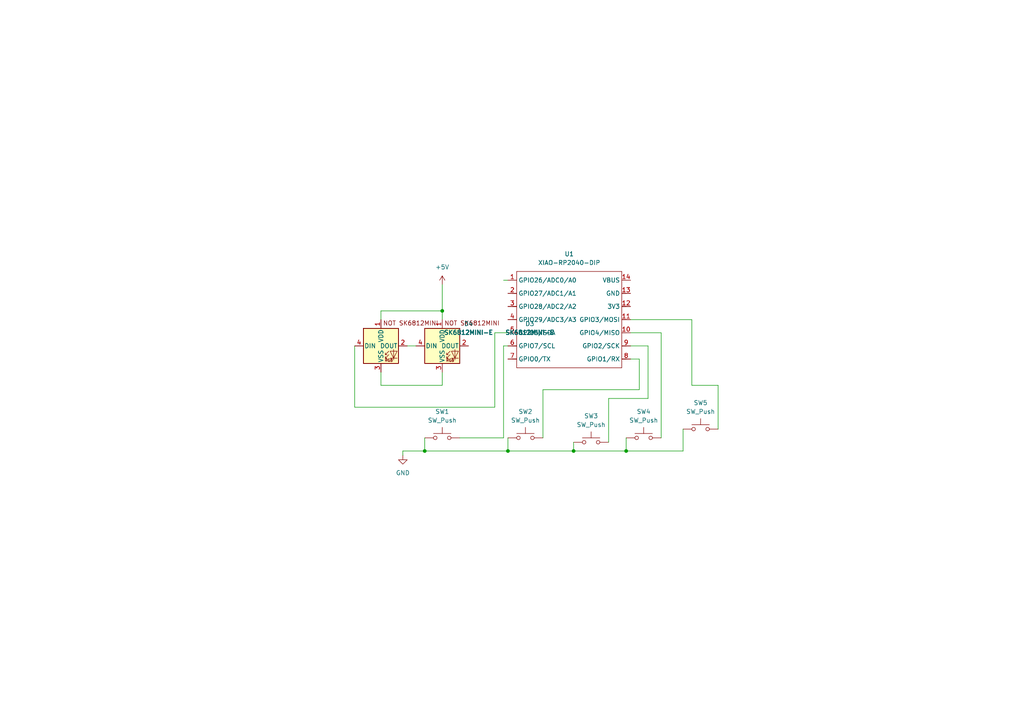
<source format=kicad_sch>
(kicad_sch
	(version 20250114)
	(generator "eeschema")
	(generator_version "9.0")
	(uuid "9c89b6e0-027f-49b7-ac85-8bfdaa9e9e2a")
	(paper "A4")
	(lib_symbols
		(symbol "OPL Library:XIAO-RP2040-DIP"
			(exclude_from_sim no)
			(in_bom yes)
			(on_board yes)
			(property "Reference" "U"
				(at 0 0 0)
				(effects
					(font
						(size 1.27 1.27)
					)
				)
			)
			(property "Value" "XIAO-RP2040-DIP"
				(at 5.334 -1.778 0)
				(effects
					(font
						(size 1.27 1.27)
					)
				)
			)
			(property "Footprint" "Module:MOUDLE14P-XIAO-DIP-SMD"
				(at 14.478 -32.258 0)
				(effects
					(font
						(size 1.27 1.27)
					)
					(hide yes)
				)
			)
			(property "Datasheet" ""
				(at 0 0 0)
				(effects
					(font
						(size 1.27 1.27)
					)
					(hide yes)
				)
			)
			(property "Description" ""
				(at 0 0 0)
				(effects
					(font
						(size 1.27 1.27)
					)
					(hide yes)
				)
			)
			(symbol "XIAO-RP2040-DIP_1_0"
				(polyline
					(pts
						(xy -1.27 -2.54) (xy 29.21 -2.54)
					)
					(stroke
						(width 0.1524)
						(type solid)
					)
					(fill
						(type none)
					)
				)
				(polyline
					(pts
						(xy -1.27 -5.08) (xy -2.54 -5.08)
					)
					(stroke
						(width 0.1524)
						(type solid)
					)
					(fill
						(type none)
					)
				)
				(polyline
					(pts
						(xy -1.27 -5.08) (xy -1.27 -2.54)
					)
					(stroke
						(width 0.1524)
						(type solid)
					)
					(fill
						(type none)
					)
				)
				(polyline
					(pts
						(xy -1.27 -8.89) (xy -2.54 -8.89)
					)
					(stroke
						(width 0.1524)
						(type solid)
					)
					(fill
						(type none)
					)
				)
				(polyline
					(pts
						(xy -1.27 -8.89) (xy -1.27 -5.08)
					)
					(stroke
						(width 0.1524)
						(type solid)
					)
					(fill
						(type none)
					)
				)
				(polyline
					(pts
						(xy -1.27 -12.7) (xy -2.54 -12.7)
					)
					(stroke
						(width 0.1524)
						(type solid)
					)
					(fill
						(type none)
					)
				)
				(polyline
					(pts
						(xy -1.27 -12.7) (xy -1.27 -8.89)
					)
					(stroke
						(width 0.1524)
						(type solid)
					)
					(fill
						(type none)
					)
				)
				(polyline
					(pts
						(xy -1.27 -16.51) (xy -2.54 -16.51)
					)
					(stroke
						(width 0.1524)
						(type solid)
					)
					(fill
						(type none)
					)
				)
				(polyline
					(pts
						(xy -1.27 -16.51) (xy -1.27 -12.7)
					)
					(stroke
						(width 0.1524)
						(type solid)
					)
					(fill
						(type none)
					)
				)
				(polyline
					(pts
						(xy -1.27 -20.32) (xy -2.54 -20.32)
					)
					(stroke
						(width 0.1524)
						(type solid)
					)
					(fill
						(type none)
					)
				)
				(polyline
					(pts
						(xy -1.27 -24.13) (xy -2.54 -24.13)
					)
					(stroke
						(width 0.1524)
						(type solid)
					)
					(fill
						(type none)
					)
				)
				(polyline
					(pts
						(xy -1.27 -27.94) (xy -2.54 -27.94)
					)
					(stroke
						(width 0.1524)
						(type solid)
					)
					(fill
						(type none)
					)
				)
				(polyline
					(pts
						(xy -1.27 -30.48) (xy -1.27 -16.51)
					)
					(stroke
						(width 0.1524)
						(type solid)
					)
					(fill
						(type none)
					)
				)
				(polyline
					(pts
						(xy 29.21 -2.54) (xy 29.21 -5.08)
					)
					(stroke
						(width 0.1524)
						(type solid)
					)
					(fill
						(type none)
					)
				)
				(polyline
					(pts
						(xy 29.21 -5.08) (xy 29.21 -8.89)
					)
					(stroke
						(width 0.1524)
						(type solid)
					)
					(fill
						(type none)
					)
				)
				(polyline
					(pts
						(xy 29.21 -8.89) (xy 29.21 -12.7)
					)
					(stroke
						(width 0.1524)
						(type solid)
					)
					(fill
						(type none)
					)
				)
				(polyline
					(pts
						(xy 29.21 -12.7) (xy 29.21 -30.48)
					)
					(stroke
						(width 0.1524)
						(type solid)
					)
					(fill
						(type none)
					)
				)
				(polyline
					(pts
						(xy 29.21 -30.48) (xy -1.27 -30.48)
					)
					(stroke
						(width 0.1524)
						(type solid)
					)
					(fill
						(type none)
					)
				)
				(polyline
					(pts
						(xy 30.48 -5.08) (xy 29.21 -5.08)
					)
					(stroke
						(width 0.1524)
						(type solid)
					)
					(fill
						(type none)
					)
				)
				(polyline
					(pts
						(xy 30.48 -8.89) (xy 29.21 -8.89)
					)
					(stroke
						(width 0.1524)
						(type solid)
					)
					(fill
						(type none)
					)
				)
				(polyline
					(pts
						(xy 30.48 -12.7) (xy 29.21 -12.7)
					)
					(stroke
						(width 0.1524)
						(type solid)
					)
					(fill
						(type none)
					)
				)
				(polyline
					(pts
						(xy 30.48 -16.51) (xy 29.21 -16.51)
					)
					(stroke
						(width 0.1524)
						(type solid)
					)
					(fill
						(type none)
					)
				)
				(polyline
					(pts
						(xy 30.48 -20.32) (xy 29.21 -20.32)
					)
					(stroke
						(width 0.1524)
						(type solid)
					)
					(fill
						(type none)
					)
				)
				(polyline
					(pts
						(xy 30.48 -24.13) (xy 29.21 -24.13)
					)
					(stroke
						(width 0.1524)
						(type solid)
					)
					(fill
						(type none)
					)
				)
				(polyline
					(pts
						(xy 30.48 -27.94) (xy 29.21 -27.94)
					)
					(stroke
						(width 0.1524)
						(type solid)
					)
					(fill
						(type none)
					)
				)
				(pin passive line
					(at -3.81 -5.08 0)
					(length 2.54)
					(name "GPIO26/ADC0/A0"
						(effects
							(font
								(size 1.27 1.27)
							)
						)
					)
					(number "1"
						(effects
							(font
								(size 1.27 1.27)
							)
						)
					)
				)
				(pin passive line
					(at -3.81 -8.89 0)
					(length 2.54)
					(name "GPIO27/ADC1/A1"
						(effects
							(font
								(size 1.27 1.27)
							)
						)
					)
					(number "2"
						(effects
							(font
								(size 1.27 1.27)
							)
						)
					)
				)
				(pin passive line
					(at -3.81 -12.7 0)
					(length 2.54)
					(name "GPIO28/ADC2/A2"
						(effects
							(font
								(size 1.27 1.27)
							)
						)
					)
					(number "3"
						(effects
							(font
								(size 1.27 1.27)
							)
						)
					)
				)
				(pin passive line
					(at -3.81 -16.51 0)
					(length 2.54)
					(name "GPIO29/ADC3/A3"
						(effects
							(font
								(size 1.27 1.27)
							)
						)
					)
					(number "4"
						(effects
							(font
								(size 1.27 1.27)
							)
						)
					)
				)
				(pin passive line
					(at -3.81 -20.32 0)
					(length 2.54)
					(name "GPIO6/SDA"
						(effects
							(font
								(size 1.27 1.27)
							)
						)
					)
					(number "5"
						(effects
							(font
								(size 1.27 1.27)
							)
						)
					)
				)
				(pin passive line
					(at -3.81 -24.13 0)
					(length 2.54)
					(name "GPIO7/SCL"
						(effects
							(font
								(size 1.27 1.27)
							)
						)
					)
					(number "6"
						(effects
							(font
								(size 1.27 1.27)
							)
						)
					)
				)
				(pin passive line
					(at -3.81 -27.94 0)
					(length 2.54)
					(name "GPIO0/TX"
						(effects
							(font
								(size 1.27 1.27)
							)
						)
					)
					(number "7"
						(effects
							(font
								(size 1.27 1.27)
							)
						)
					)
				)
				(pin passive line
					(at 31.75 -5.08 180)
					(length 2.54)
					(name "VBUS"
						(effects
							(font
								(size 1.27 1.27)
							)
						)
					)
					(number "14"
						(effects
							(font
								(size 1.27 1.27)
							)
						)
					)
				)
				(pin passive line
					(at 31.75 -8.89 180)
					(length 2.54)
					(name "GND"
						(effects
							(font
								(size 1.27 1.27)
							)
						)
					)
					(number "13"
						(effects
							(font
								(size 1.27 1.27)
							)
						)
					)
				)
				(pin passive line
					(at 31.75 -12.7 180)
					(length 2.54)
					(name "3V3"
						(effects
							(font
								(size 1.27 1.27)
							)
						)
					)
					(number "12"
						(effects
							(font
								(size 1.27 1.27)
							)
						)
					)
				)
				(pin passive line
					(at 31.75 -16.51 180)
					(length 2.54)
					(name "GPIO3/MOSI"
						(effects
							(font
								(size 1.27 1.27)
							)
						)
					)
					(number "11"
						(effects
							(font
								(size 1.27 1.27)
							)
						)
					)
				)
				(pin passive line
					(at 31.75 -20.32 180)
					(length 2.54)
					(name "GPIO4/MISO"
						(effects
							(font
								(size 1.27 1.27)
							)
						)
					)
					(number "10"
						(effects
							(font
								(size 1.27 1.27)
							)
						)
					)
				)
				(pin passive line
					(at 31.75 -24.13 180)
					(length 2.54)
					(name "GPIO2/SCK"
						(effects
							(font
								(size 1.27 1.27)
							)
						)
					)
					(number "9"
						(effects
							(font
								(size 1.27 1.27)
							)
						)
					)
				)
				(pin passive line
					(at 31.75 -27.94 180)
					(length 2.54)
					(name "GPIO1/RX"
						(effects
							(font
								(size 1.27 1.27)
							)
						)
					)
					(number "8"
						(effects
							(font
								(size 1.27 1.27)
							)
						)
					)
				)
			)
			(embedded_fonts no)
		)
		(symbol "SK6812MINI E:SK6812MINI-E"
			(pin_names
				(offset 0.254)
			)
			(exclude_from_sim no)
			(in_bom yes)
			(on_board yes)
			(property "Reference" "D"
				(at -3.556 5.842 0)
				(effects
					(font
						(size 1.27 1.27)
					)
					(justify right bottom)
				)
			)
			(property "Value" "SK6812MINI-E"
				(at 1.27 -5.715 0)
				(effects
					(font
						(size 1.27 1.27)
						(thickness 0.254)
						(bold yes)
					)
					(justify left top)
				)
			)
			(property "Footprint" "SK6812MINI-E - 3.2x2.8x1.78mm"
				(at 1.27 -7.62 0)
				(effects
					(font
						(size 1.27 1.27)
					)
					(justify left top)
					(hide yes)
				)
			)
			(property "Datasheet" "https://cdn-shop.adafruit.com/product-files/4960/4960_SK6812MINI-E_REV02_EN.pdf"
				(at 2.54 -9.525 0)
				(effects
					(font
						(size 1.27 1.27)
					)
					(justify left top)
					(hide yes)
				)
			)
			(property "Description" "RGB LED with integrated controller"
				(at 0 0 0)
				(effects
					(font
						(size 1.27 1.27)
					)
					(hide yes)
				)
			)
			(property "ki_keywords" "RGB LED NeoPixel Mini addressable"
				(at 0 0 0)
				(effects
					(font
						(size 1.27 1.27)
					)
					(hide yes)
				)
			)
			(property "ki_fp_filters" "LED*SK6812MINI*PLCC*3.5x3.5mm*P1.75mm*"
				(at 0 0 0)
				(effects
					(font
						(size 1.27 1.27)
					)
					(hide yes)
				)
			)
			(symbol "SK6812MINI-E_0_0"
				(text "RGB"
					(at 2.286 -4.191 0)
					(effects
						(font
							(size 0.762 0.762)
						)
					)
				)
			)
			(symbol "SK6812MINI-E_0_1"
				(rectangle
					(start -5.08 5.08)
					(end 5.08 -5.08)
					(stroke
						(width 0.254)
						(type default)
					)
					(fill
						(type background)
					)
				)
				(polyline
					(pts
						(xy 1.27 -2.54) (xy 1.778 -2.54)
					)
					(stroke
						(width 0)
						(type default)
					)
					(fill
						(type none)
					)
				)
				(polyline
					(pts
						(xy 1.27 -3.556) (xy 1.778 -3.556)
					)
					(stroke
						(width 0)
						(type default)
					)
					(fill
						(type none)
					)
				)
				(polyline
					(pts
						(xy 2.286 -1.524) (xy 1.27 -2.54) (xy 1.27 -2.032)
					)
					(stroke
						(width 0)
						(type default)
					)
					(fill
						(type none)
					)
				)
				(polyline
					(pts
						(xy 2.286 -2.54) (xy 1.27 -3.556) (xy 1.27 -3.048)
					)
					(stroke
						(width 0)
						(type default)
					)
					(fill
						(type none)
					)
				)
				(polyline
					(pts
						(xy 3.683 -1.016) (xy 3.683 -3.556) (xy 3.683 -4.064)
					)
					(stroke
						(width 0)
						(type default)
					)
					(fill
						(type none)
					)
				)
				(polyline
					(pts
						(xy 4.699 -1.524) (xy 2.667 -1.524) (xy 3.683 -3.556) (xy 4.699 -1.524)
					)
					(stroke
						(width 0)
						(type default)
					)
					(fill
						(type none)
					)
				)
				(polyline
					(pts
						(xy 4.699 -3.556) (xy 2.667 -3.556)
					)
					(stroke
						(width 0)
						(type default)
					)
					(fill
						(type none)
					)
				)
			)
			(symbol "SK6812MINI-E_1_1"
				(text "NOT SK6812MINI"
					(at 8.636 6.604 0)
					(effects
						(font
							(size 1.27 1.27)
						)
					)
				)
				(pin input line
					(at -7.62 0 0)
					(length 2.54)
					(name "DIN"
						(effects
							(font
								(size 1.27 1.27)
							)
						)
					)
					(number "4"
						(effects
							(font
								(size 1.27 1.27)
							)
						)
					)
				)
				(pin power_in line
					(at 0 7.62 270)
					(length 2.54)
					(name "VDD"
						(effects
							(font
								(size 1.27 1.27)
							)
						)
					)
					(number "1"
						(effects
							(font
								(size 1.27 1.27)
							)
						)
					)
				)
				(pin power_in line
					(at 0 -7.62 90)
					(length 2.54)
					(name "VSS"
						(effects
							(font
								(size 1.27 1.27)
							)
						)
					)
					(number "3"
						(effects
							(font
								(size 1.27 1.27)
							)
						)
					)
				)
				(pin output line
					(at 7.62 0 180)
					(length 2.54)
					(name "DOUT"
						(effects
							(font
								(size 1.27 1.27)
							)
						)
					)
					(number "2"
						(effects
							(font
								(size 1.27 1.27)
							)
						)
					)
				)
			)
			(embedded_fonts no)
		)
		(symbol "Switch:SW_Push"
			(pin_numbers
				(hide yes)
			)
			(pin_names
				(offset 1.016)
				(hide yes)
			)
			(exclude_from_sim no)
			(in_bom yes)
			(on_board yes)
			(property "Reference" "SW"
				(at 1.27 2.54 0)
				(effects
					(font
						(size 1.27 1.27)
					)
					(justify left)
				)
			)
			(property "Value" "SW_Push"
				(at 0 -1.524 0)
				(effects
					(font
						(size 1.27 1.27)
					)
				)
			)
			(property "Footprint" ""
				(at 0 5.08 0)
				(effects
					(font
						(size 1.27 1.27)
					)
					(hide yes)
				)
			)
			(property "Datasheet" "~"
				(at 0 5.08 0)
				(effects
					(font
						(size 1.27 1.27)
					)
					(hide yes)
				)
			)
			(property "Description" "Push button switch, generic, two pins"
				(at 0 0 0)
				(effects
					(font
						(size 1.27 1.27)
					)
					(hide yes)
				)
			)
			(property "ki_keywords" "switch normally-open pushbutton push-button"
				(at 0 0 0)
				(effects
					(font
						(size 1.27 1.27)
					)
					(hide yes)
				)
			)
			(symbol "SW_Push_0_1"
				(circle
					(center -2.032 0)
					(radius 0.508)
					(stroke
						(width 0)
						(type default)
					)
					(fill
						(type none)
					)
				)
				(polyline
					(pts
						(xy 0 1.27) (xy 0 3.048)
					)
					(stroke
						(width 0)
						(type default)
					)
					(fill
						(type none)
					)
				)
				(circle
					(center 2.032 0)
					(radius 0.508)
					(stroke
						(width 0)
						(type default)
					)
					(fill
						(type none)
					)
				)
				(polyline
					(pts
						(xy 2.54 1.27) (xy -2.54 1.27)
					)
					(stroke
						(width 0)
						(type default)
					)
					(fill
						(type none)
					)
				)
				(pin passive line
					(at -5.08 0 0)
					(length 2.54)
					(name "1"
						(effects
							(font
								(size 1.27 1.27)
							)
						)
					)
					(number "1"
						(effects
							(font
								(size 1.27 1.27)
							)
						)
					)
				)
				(pin passive line
					(at 5.08 0 180)
					(length 2.54)
					(name "2"
						(effects
							(font
								(size 1.27 1.27)
							)
						)
					)
					(number "2"
						(effects
							(font
								(size 1.27 1.27)
							)
						)
					)
				)
			)
			(embedded_fonts no)
		)
		(symbol "power:+5V"
			(power)
			(pin_numbers
				(hide yes)
			)
			(pin_names
				(offset 0)
				(hide yes)
			)
			(exclude_from_sim no)
			(in_bom yes)
			(on_board yes)
			(property "Reference" "#PWR"
				(at 0 -3.81 0)
				(effects
					(font
						(size 1.27 1.27)
					)
					(hide yes)
				)
			)
			(property "Value" "+5V"
				(at 0 3.556 0)
				(effects
					(font
						(size 1.27 1.27)
					)
				)
			)
			(property "Footprint" ""
				(at 0 0 0)
				(effects
					(font
						(size 1.27 1.27)
					)
					(hide yes)
				)
			)
			(property "Datasheet" ""
				(at 0 0 0)
				(effects
					(font
						(size 1.27 1.27)
					)
					(hide yes)
				)
			)
			(property "Description" "Power symbol creates a global label with name \"+5V\""
				(at 0 0 0)
				(effects
					(font
						(size 1.27 1.27)
					)
					(hide yes)
				)
			)
			(property "ki_keywords" "global power"
				(at 0 0 0)
				(effects
					(font
						(size 1.27 1.27)
					)
					(hide yes)
				)
			)
			(symbol "+5V_0_1"
				(polyline
					(pts
						(xy -0.762 1.27) (xy 0 2.54)
					)
					(stroke
						(width 0)
						(type default)
					)
					(fill
						(type none)
					)
				)
				(polyline
					(pts
						(xy 0 2.54) (xy 0.762 1.27)
					)
					(stroke
						(width 0)
						(type default)
					)
					(fill
						(type none)
					)
				)
				(polyline
					(pts
						(xy 0 0) (xy 0 2.54)
					)
					(stroke
						(width 0)
						(type default)
					)
					(fill
						(type none)
					)
				)
			)
			(symbol "+5V_1_1"
				(pin power_in line
					(at 0 0 90)
					(length 0)
					(name "~"
						(effects
							(font
								(size 1.27 1.27)
							)
						)
					)
					(number "1"
						(effects
							(font
								(size 1.27 1.27)
							)
						)
					)
				)
			)
			(embedded_fonts no)
		)
		(symbol "power:GND"
			(power)
			(pin_numbers
				(hide yes)
			)
			(pin_names
				(offset 0)
				(hide yes)
			)
			(exclude_from_sim no)
			(in_bom yes)
			(on_board yes)
			(property "Reference" "#PWR"
				(at 0 -6.35 0)
				(effects
					(font
						(size 1.27 1.27)
					)
					(hide yes)
				)
			)
			(property "Value" "GND"
				(at 0 -3.81 0)
				(effects
					(font
						(size 1.27 1.27)
					)
				)
			)
			(property "Footprint" ""
				(at 0 0 0)
				(effects
					(font
						(size 1.27 1.27)
					)
					(hide yes)
				)
			)
			(property "Datasheet" ""
				(at 0 0 0)
				(effects
					(font
						(size 1.27 1.27)
					)
					(hide yes)
				)
			)
			(property "Description" "Power symbol creates a global label with name \"GND\" , ground"
				(at 0 0 0)
				(effects
					(font
						(size 1.27 1.27)
					)
					(hide yes)
				)
			)
			(property "ki_keywords" "global power"
				(at 0 0 0)
				(effects
					(font
						(size 1.27 1.27)
					)
					(hide yes)
				)
			)
			(symbol "GND_0_1"
				(polyline
					(pts
						(xy 0 0) (xy 0 -1.27) (xy 1.27 -1.27) (xy 0 -2.54) (xy -1.27 -1.27) (xy 0 -1.27)
					)
					(stroke
						(width 0)
						(type default)
					)
					(fill
						(type none)
					)
				)
			)
			(symbol "GND_1_1"
				(pin power_in line
					(at 0 0 270)
					(length 0)
					(name "~"
						(effects
							(font
								(size 1.27 1.27)
							)
						)
					)
					(number "1"
						(effects
							(font
								(size 1.27 1.27)
							)
						)
					)
				)
			)
			(embedded_fonts no)
		)
	)
	(junction
		(at 123.19 130.81)
		(diameter 0)
		(color 0 0 0 0)
		(uuid "0e5bee3b-7d26-4970-8ff7-6c60889ab30b")
	)
	(junction
		(at 128.27 90.17)
		(diameter 0)
		(color 0 0 0 0)
		(uuid "467a514d-5ee6-437b-abee-c3ddb75735ee")
	)
	(junction
		(at 181.61 130.81)
		(diameter 0)
		(color 0 0 0 0)
		(uuid "b3b13cbf-87ad-4804-8600-fad94e22fcae")
	)
	(junction
		(at 166.37 130.81)
		(diameter 0)
		(color 0 0 0 0)
		(uuid "c7ec6579-ca17-4c7b-87a8-1fc1287e9a69")
	)
	(junction
		(at 147.32 130.81)
		(diameter 0)
		(color 0 0 0 0)
		(uuid "cb0d7db0-d517-4d19-96a2-5c948a8623af")
	)
	(wire
		(pts
			(xy 146.05 100.33) (xy 147.32 100.33)
		)
		(stroke
			(width 0)
			(type default)
		)
		(uuid "030178a5-e16b-4618-854d-43ca3e6701b8")
	)
	(wire
		(pts
			(xy 128.27 111.76) (xy 110.49 111.76)
		)
		(stroke
			(width 0)
			(type default)
		)
		(uuid "033b3e2f-77fb-4252-9dd2-9f56be0004d9")
	)
	(wire
		(pts
			(xy 208.28 111.76) (xy 208.28 124.46)
		)
		(stroke
			(width 0)
			(type default)
		)
		(uuid "07695d6b-aba6-4f6a-a784-fdad81f398c1")
	)
	(wire
		(pts
			(xy 181.61 130.81) (xy 166.37 130.81)
		)
		(stroke
			(width 0)
			(type default)
		)
		(uuid "140cef88-3829-49aa-a1b9-656c4133f05b")
	)
	(wire
		(pts
			(xy 110.49 90.17) (xy 128.27 90.17)
		)
		(stroke
			(width 0)
			(type default)
		)
		(uuid "15c5242e-2fac-4296-9557-00c51d27a790")
	)
	(wire
		(pts
			(xy 198.12 130.81) (xy 181.61 130.81)
		)
		(stroke
			(width 0)
			(type default)
		)
		(uuid "24dc878f-f6fe-487a-b2b1-dea0b6d2567c")
	)
	(wire
		(pts
			(xy 133.35 127) (xy 146.05 127)
		)
		(stroke
			(width 0)
			(type default)
		)
		(uuid "33173fe9-0775-45a6-b457-8fdee0791147")
	)
	(wire
		(pts
			(xy 146.05 81.28) (xy 147.32 81.28)
		)
		(stroke
			(width 0)
			(type default)
		)
		(uuid "381be907-f534-474f-9db1-7ab05c06a0e2")
	)
	(wire
		(pts
			(xy 182.88 104.14) (xy 185.42 104.14)
		)
		(stroke
			(width 0)
			(type default)
		)
		(uuid "3e124275-b4ba-4e54-8d0c-be654f051fa7")
	)
	(wire
		(pts
			(xy 166.37 128.27) (xy 166.37 130.81)
		)
		(stroke
			(width 0)
			(type default)
		)
		(uuid "401eae99-51ce-4981-9e06-79ef21a51608")
	)
	(wire
		(pts
			(xy 123.19 127) (xy 123.19 130.81)
		)
		(stroke
			(width 0)
			(type default)
		)
		(uuid "43a653a3-dbcf-4d7f-8e0a-74c3eca82bc7")
	)
	(wire
		(pts
			(xy 116.84 130.81) (xy 116.84 132.08)
		)
		(stroke
			(width 0)
			(type default)
		)
		(uuid "44c06e1f-0572-4543-9dd1-4d1d20952bed")
	)
	(wire
		(pts
			(xy 185.42 104.14) (xy 185.42 113.03)
		)
		(stroke
			(width 0)
			(type default)
		)
		(uuid "465ddebd-100c-43f9-acf6-9caad9daf3e5")
	)
	(wire
		(pts
			(xy 185.42 113.03) (xy 157.48 113.03)
		)
		(stroke
			(width 0)
			(type default)
		)
		(uuid "473c25ce-979a-446e-94ad-3d452ecc7baa")
	)
	(wire
		(pts
			(xy 102.87 100.33) (xy 102.87 118.11)
		)
		(stroke
			(width 0)
			(type default)
		)
		(uuid "49347725-2b94-4ed5-af6d-d666b6086f45")
	)
	(wire
		(pts
			(xy 128.27 82.55) (xy 128.27 90.17)
		)
		(stroke
			(width 0)
			(type default)
		)
		(uuid "509366d6-683c-4d4f-b136-d70695e40628")
	)
	(wire
		(pts
			(xy 143.51 118.11) (xy 143.51 96.52)
		)
		(stroke
			(width 0)
			(type default)
		)
		(uuid "55df4351-b8ab-4b6b-944a-f779a5d7eb6f")
	)
	(wire
		(pts
			(xy 182.88 92.71) (xy 200.66 92.71)
		)
		(stroke
			(width 0)
			(type default)
		)
		(uuid "62caeab1-694c-46f6-87d9-125dcbb802c1")
	)
	(wire
		(pts
			(xy 147.32 130.81) (xy 123.19 130.81)
		)
		(stroke
			(width 0)
			(type default)
		)
		(uuid "68e47a18-128d-410e-bcf9-4b2150b5fb52")
	)
	(wire
		(pts
			(xy 191.77 96.52) (xy 191.77 127)
		)
		(stroke
			(width 0)
			(type default)
		)
		(uuid "6c8db2ea-deaf-4c14-b2be-8c1631ed1cd7")
	)
	(wire
		(pts
			(xy 157.48 113.03) (xy 157.48 127)
		)
		(stroke
			(width 0)
			(type default)
		)
		(uuid "6ea585af-c4b9-4ff0-bb4a-226a4f383714")
	)
	(wire
		(pts
			(xy 123.19 130.81) (xy 116.84 130.81)
		)
		(stroke
			(width 0)
			(type default)
		)
		(uuid "78b5cd99-3dca-4700-a8b2-18f1269deed2")
	)
	(wire
		(pts
			(xy 187.96 100.33) (xy 187.96 115.57)
		)
		(stroke
			(width 0)
			(type default)
		)
		(uuid "7d49fd6e-8100-4941-9605-d99687243c1b")
	)
	(wire
		(pts
			(xy 200.66 111.76) (xy 208.28 111.76)
		)
		(stroke
			(width 0)
			(type default)
		)
		(uuid "7ee2fa6f-e243-4917-adf0-a658ff070a2b")
	)
	(wire
		(pts
			(xy 110.49 107.95) (xy 110.49 111.76)
		)
		(stroke
			(width 0)
			(type default)
		)
		(uuid "818c3540-2c79-4aca-9a49-2e6a0562406a")
	)
	(wire
		(pts
			(xy 146.05 127) (xy 146.05 100.33)
		)
		(stroke
			(width 0)
			(type default)
		)
		(uuid "943ea442-a05b-48a2-9215-d07cead9cccf")
	)
	(wire
		(pts
			(xy 176.53 115.57) (xy 176.53 128.27)
		)
		(stroke
			(width 0)
			(type default)
		)
		(uuid "98b147db-df15-40c0-9b6e-b2d9391dc2c9")
	)
	(wire
		(pts
			(xy 200.66 92.71) (xy 200.66 111.76)
		)
		(stroke
			(width 0)
			(type default)
		)
		(uuid "9a67132e-8746-4e22-ab22-87ee46e169e7")
	)
	(wire
		(pts
			(xy 128.27 107.95) (xy 128.27 111.76)
		)
		(stroke
			(width 0)
			(type default)
		)
		(uuid "9c7186f1-c865-41cc-98f3-d1bad9277d31")
	)
	(wire
		(pts
			(xy 102.87 118.11) (xy 143.51 118.11)
		)
		(stroke
			(width 0)
			(type default)
		)
		(uuid "a84c766f-4455-4bc6-b98a-54c545605aab")
	)
	(wire
		(pts
			(xy 118.11 100.33) (xy 120.65 100.33)
		)
		(stroke
			(width 0)
			(type default)
		)
		(uuid "b35db4b3-c01f-47e8-abe8-9b7fa8bde095")
	)
	(wire
		(pts
			(xy 128.27 90.17) (xy 128.27 92.71)
		)
		(stroke
			(width 0)
			(type default)
		)
		(uuid "bd591dfe-3984-44cc-a777-a9b1f1dfa62d")
	)
	(wire
		(pts
			(xy 187.96 115.57) (xy 176.53 115.57)
		)
		(stroke
			(width 0)
			(type default)
		)
		(uuid "bed29596-00b4-48d5-9f93-07d18451924c")
	)
	(wire
		(pts
			(xy 181.61 127) (xy 181.61 130.81)
		)
		(stroke
			(width 0)
			(type default)
		)
		(uuid "cc64ac5e-d9dd-409d-9d3a-e54e9fb0d4e7")
	)
	(wire
		(pts
			(xy 147.32 127) (xy 147.32 130.81)
		)
		(stroke
			(width 0)
			(type default)
		)
		(uuid "d5dd28aa-2191-4c21-8f8b-9a58c7de4d6e")
	)
	(wire
		(pts
			(xy 182.88 96.52) (xy 191.77 96.52)
		)
		(stroke
			(width 0)
			(type default)
		)
		(uuid "e7248a38-d16b-41da-bb4d-c94be82cf0df")
	)
	(wire
		(pts
			(xy 166.37 130.81) (xy 147.32 130.81)
		)
		(stroke
			(width 0)
			(type default)
		)
		(uuid "efe92625-9ebd-4991-aa75-7a156a932a20")
	)
	(wire
		(pts
			(xy 182.88 100.33) (xy 187.96 100.33)
		)
		(stroke
			(width 0)
			(type default)
		)
		(uuid "f5e5176e-39ee-4549-a924-1f5bb5951f88")
	)
	(wire
		(pts
			(xy 110.49 90.17) (xy 110.49 92.71)
		)
		(stroke
			(width 0)
			(type default)
		)
		(uuid "f8600024-e2c2-472e-99b1-3c699479076a")
	)
	(wire
		(pts
			(xy 143.51 96.52) (xy 147.32 96.52)
		)
		(stroke
			(width 0)
			(type default)
		)
		(uuid "fb56ea43-8429-4b6c-a0a1-4fd0b2d3061c")
	)
	(wire
		(pts
			(xy 198.12 124.46) (xy 198.12 130.81)
		)
		(stroke
			(width 0)
			(type default)
		)
		(uuid "ffca1019-872a-439c-8c0c-3f5d82a8c012")
	)
	(symbol
		(lib_id "Switch:SW_Push")
		(at 186.69 127 0)
		(unit 1)
		(exclude_from_sim no)
		(in_bom yes)
		(on_board yes)
		(dnp no)
		(fields_autoplaced yes)
		(uuid "16f5dad7-69f0-4fb7-aed2-ac4529223665")
		(property "Reference" "SW4"
			(at 186.69 119.38 0)
			(effects
				(font
					(size 1.27 1.27)
				)
			)
		)
		(property "Value" "SW_Push"
			(at 186.69 121.92 0)
			(effects
				(font
					(size 1.27 1.27)
				)
			)
		)
		(property "Footprint" "Button_Switch_Keyboard:SW_Cherry_MX_1.00u_PCB"
			(at 186.69 121.92 0)
			(effects
				(font
					(size 1.27 1.27)
				)
				(hide yes)
			)
		)
		(property "Datasheet" "~"
			(at 186.69 121.92 0)
			(effects
				(font
					(size 1.27 1.27)
				)
				(hide yes)
			)
		)
		(property "Description" "Push button switch, generic, two pins"
			(at 186.69 127 0)
			(effects
				(font
					(size 1.27 1.27)
				)
				(hide yes)
			)
		)
		(pin "1"
			(uuid "3f97d7fb-356d-4ee1-9774-30d8b0474ad0")
		)
		(pin "2"
			(uuid "d00e84bf-502f-42c8-ad73-589a2cd0ce08")
		)
		(instances
			(project ""
				(path "/9c89b6e0-027f-49b7-ac85-8bfdaa9e9e2a"
					(reference "SW4")
					(unit 1)
				)
			)
		)
	)
	(symbol
		(lib_id "Switch:SW_Push")
		(at 203.2 124.46 0)
		(unit 1)
		(exclude_from_sim no)
		(in_bom yes)
		(on_board yes)
		(dnp no)
		(fields_autoplaced yes)
		(uuid "1c3af7f4-6ab6-4a97-a95b-f65b92555572")
		(property "Reference" "SW5"
			(at 203.2 116.84 0)
			(effects
				(font
					(size 1.27 1.27)
				)
			)
		)
		(property "Value" "SW_Push"
			(at 203.2 119.38 0)
			(effects
				(font
					(size 1.27 1.27)
				)
			)
		)
		(property "Footprint" "Button_Switch_Keyboard:SW_Cherry_MX_1.00u_PCB"
			(at 203.2 119.38 0)
			(effects
				(font
					(size 1.27 1.27)
				)
				(hide yes)
			)
		)
		(property "Datasheet" "~"
			(at 203.2 119.38 0)
			(effects
				(font
					(size 1.27 1.27)
				)
				(hide yes)
			)
		)
		(property "Description" "Push button switch, generic, two pins"
			(at 203.2 124.46 0)
			(effects
				(font
					(size 1.27 1.27)
				)
				(hide yes)
			)
		)
		(pin "1"
			(uuid "2c3c3785-e4aa-4e17-83a4-1a073588ac96")
		)
		(pin "2"
			(uuid "6a653da5-936b-4ff5-95ce-eb811631ba56")
		)
		(instances
			(project ""
				(path "/9c89b6e0-027f-49b7-ac85-8bfdaa9e9e2a"
					(reference "SW5")
					(unit 1)
				)
			)
		)
	)
	(symbol
		(lib_id "Switch:SW_Push")
		(at 152.4 127 0)
		(unit 1)
		(exclude_from_sim no)
		(in_bom yes)
		(on_board yes)
		(dnp no)
		(fields_autoplaced yes)
		(uuid "33a25ea0-ade2-46b8-b262-717cabe630a2")
		(property "Reference" "SW2"
			(at 152.4 119.38 0)
			(effects
				(font
					(size 1.27 1.27)
				)
			)
		)
		(property "Value" "SW_Push"
			(at 152.4 121.92 0)
			(effects
				(font
					(size 1.27 1.27)
				)
			)
		)
		(property "Footprint" "Button_Switch_Keyboard:SW_Cherry_MX_1.00u_PCB"
			(at 152.4 121.92 0)
			(effects
				(font
					(size 1.27 1.27)
				)
				(hide yes)
			)
		)
		(property "Datasheet" "~"
			(at 152.4 121.92 0)
			(effects
				(font
					(size 1.27 1.27)
				)
				(hide yes)
			)
		)
		(property "Description" "Push button switch, generic, two pins"
			(at 152.4 127 0)
			(effects
				(font
					(size 1.27 1.27)
				)
				(hide yes)
			)
		)
		(pin "1"
			(uuid "04574d2d-f12d-4c84-bb74-139af56390ce")
		)
		(pin "2"
			(uuid "96412b69-2762-43d8-bf4e-b419538b4b5a")
		)
		(instances
			(project ""
				(path "/9c89b6e0-027f-49b7-ac85-8bfdaa9e9e2a"
					(reference "SW2")
					(unit 1)
				)
			)
		)
	)
	(symbol
		(lib_id "Switch:SW_Push")
		(at 128.27 127 0)
		(unit 1)
		(exclude_from_sim no)
		(in_bom yes)
		(on_board yes)
		(dnp no)
		(fields_autoplaced yes)
		(uuid "33b19f12-a0ce-4020-9507-74c31457134f")
		(property "Reference" "SW1"
			(at 128.27 119.38 0)
			(effects
				(font
					(size 1.27 1.27)
				)
			)
		)
		(property "Value" "SW_Push"
			(at 128.27 121.92 0)
			(effects
				(font
					(size 1.27 1.27)
				)
			)
		)
		(property "Footprint" "Button_Switch_Keyboard:SW_Cherry_MX_1.00u_PCB"
			(at 128.27 121.92 0)
			(effects
				(font
					(size 1.27 1.27)
				)
				(hide yes)
			)
		)
		(property "Datasheet" "~"
			(at 128.27 121.92 0)
			(effects
				(font
					(size 1.27 1.27)
				)
				(hide yes)
			)
		)
		(property "Description" "Push button switch, generic, two pins"
			(at 128.27 127 0)
			(effects
				(font
					(size 1.27 1.27)
				)
				(hide yes)
			)
		)
		(pin "2"
			(uuid "c1ca7182-f68c-4867-ac2c-ee9560defdb7")
		)
		(pin "1"
			(uuid "0cb5e671-1ddb-470a-8a3f-dabaa4606cff")
		)
		(instances
			(project ""
				(path "/9c89b6e0-027f-49b7-ac85-8bfdaa9e9e2a"
					(reference "SW1")
					(unit 1)
				)
			)
		)
	)
	(symbol
		(lib_id "SK6812MINI E:SK6812MINI-E")
		(at 128.27 100.33 0)
		(unit 1)
		(exclude_from_sim no)
		(in_bom yes)
		(on_board yes)
		(dnp no)
		(fields_autoplaced yes)
		(uuid "3d45d2ad-9961-4584-bf2b-fcf9bb5908a9")
		(property "Reference" "D3"
			(at 153.67 93.9098 0)
			(effects
				(font
					(size 1.27 1.27)
				)
			)
		)
		(property "Value" "SK6812MINI-E"
			(at 153.67 96.4499 0)
			(effects
				(font
					(size 1.27 1.27)
					(thickness 0.254)
					(bold yes)
				)
			)
		)
		(property "Footprint" "SK6812MINI-E - 3.2x2.8x1.78mm"
			(at 129.54 107.95 0)
			(effects
				(font
					(size 1.27 1.27)
				)
				(justify left top)
				(hide yes)
			)
		)
		(property "Datasheet" "https://cdn-shop.adafruit.com/product-files/4960/4960_SK6812MINI-E_REV02_EN.pdf"
			(at 130.81 109.855 0)
			(effects
				(font
					(size 1.27 1.27)
				)
				(justify left top)
				(hide yes)
			)
		)
		(property "Description" "RGB LED with integrated controller"
			(at 128.27 100.33 0)
			(effects
				(font
					(size 1.27 1.27)
				)
				(hide yes)
			)
		)
		(pin "2"
			(uuid "ecd89738-f8bc-46c4-9210-715aa64af354")
		)
		(pin "4"
			(uuid "5a56d57f-a114-4d9c-8223-f1438de1e6ec")
		)
		(pin "3"
			(uuid "f5bedffc-0614-451d-8037-7c09a3a15c49")
		)
		(pin "1"
			(uuid "03eded27-44c8-49cc-909d-9892040a053c")
		)
		(instances
			(project ""
				(path "/9c89b6e0-027f-49b7-ac85-8bfdaa9e9e2a"
					(reference "D3")
					(unit 1)
				)
			)
		)
	)
	(symbol
		(lib_id "power:+5V")
		(at 128.27 82.55 0)
		(unit 1)
		(exclude_from_sim no)
		(in_bom yes)
		(on_board yes)
		(dnp no)
		(fields_autoplaced yes)
		(uuid "67d28cfa-1be4-4f03-967e-d419f07232bb")
		(property "Reference" "#PWR01"
			(at 128.27 86.36 0)
			(effects
				(font
					(size 1.27 1.27)
				)
				(hide yes)
			)
		)
		(property "Value" "+5V"
			(at 128.27 77.47 0)
			(effects
				(font
					(size 1.27 1.27)
				)
			)
		)
		(property "Footprint" ""
			(at 128.27 82.55 0)
			(effects
				(font
					(size 1.27 1.27)
				)
				(hide yes)
			)
		)
		(property "Datasheet" ""
			(at 128.27 82.55 0)
			(effects
				(font
					(size 1.27 1.27)
				)
				(hide yes)
			)
		)
		(property "Description" "Power symbol creates a global label with name \"+5V\""
			(at 128.27 82.55 0)
			(effects
				(font
					(size 1.27 1.27)
				)
				(hide yes)
			)
		)
		(pin "1"
			(uuid "44fc981a-8553-4c4f-a65a-59cbd881f8b6")
		)
		(instances
			(project ""
				(path "/9c89b6e0-027f-49b7-ac85-8bfdaa9e9e2a"
					(reference "#PWR01")
					(unit 1)
				)
			)
		)
	)
	(symbol
		(lib_id "power:GND")
		(at 116.84 132.08 0)
		(unit 1)
		(exclude_from_sim no)
		(in_bom yes)
		(on_board yes)
		(dnp no)
		(fields_autoplaced yes)
		(uuid "6fd135f8-bd71-47be-aaff-28bb6b2c35f0")
		(property "Reference" "#PWR02"
			(at 116.84 138.43 0)
			(effects
				(font
					(size 1.27 1.27)
				)
				(hide yes)
			)
		)
		(property "Value" "GND"
			(at 116.84 137.16 0)
			(effects
				(font
					(size 1.27 1.27)
				)
			)
		)
		(property "Footprint" ""
			(at 116.84 132.08 0)
			(effects
				(font
					(size 1.27 1.27)
				)
				(hide yes)
			)
		)
		(property "Datasheet" ""
			(at 116.84 132.08 0)
			(effects
				(font
					(size 1.27 1.27)
				)
				(hide yes)
			)
		)
		(property "Description" "Power symbol creates a global label with name \"GND\" , ground"
			(at 116.84 132.08 0)
			(effects
				(font
					(size 1.27 1.27)
				)
				(hide yes)
			)
		)
		(pin "1"
			(uuid "66ed1c5d-7743-434c-86a0-8c6d8ef4eff9")
		)
		(instances
			(project ""
				(path "/9c89b6e0-027f-49b7-ac85-8bfdaa9e9e2a"
					(reference "#PWR02")
					(unit 1)
				)
			)
		)
	)
	(symbol
		(lib_id "OPL Library:XIAO-RP2040-DIP")
		(at 151.13 76.2 0)
		(unit 1)
		(exclude_from_sim no)
		(in_bom yes)
		(on_board yes)
		(dnp no)
		(fields_autoplaced yes)
		(uuid "7d112330-638a-4402-aab0-46250423147a")
		(property "Reference" "U1"
			(at 165.1 73.66 0)
			(effects
				(font
					(size 1.27 1.27)
				)
			)
		)
		(property "Value" "XIAO-RP2040-DIP"
			(at 165.1 76.2 0)
			(effects
				(font
					(size 1.27 1.27)
				)
			)
		)
		(property "Footprint" "OPL Library:XIAO-RP2040-DIP"
			(at 165.608 108.458 0)
			(effects
				(font
					(size 1.27 1.27)
				)
				(hide yes)
			)
		)
		(property "Datasheet" ""
			(at 151.13 76.2 0)
			(effects
				(font
					(size 1.27 1.27)
				)
				(hide yes)
			)
		)
		(property "Description" ""
			(at 151.13 76.2 0)
			(effects
				(font
					(size 1.27 1.27)
				)
				(hide yes)
			)
		)
		(pin "14"
			(uuid "b04d5ca0-c841-453a-9585-ba0de2ba3f08")
		)
		(pin "8"
			(uuid "90b8b69b-a7da-454b-ad9c-c8c6dcea5121")
		)
		(pin "12"
			(uuid "6b1dc45d-3e18-4722-b54c-62ba433aa69e")
		)
		(pin "10"
			(uuid "c3bd248a-9098-4ecf-a513-4971a2a08065")
		)
		(pin "7"
			(uuid "08b7937d-92ba-4315-aa35-16aaaa6165b6")
		)
		(pin "2"
			(uuid "ef57836e-34fc-47aa-91cd-a6b4a48a4581")
		)
		(pin "1"
			(uuid "bbf2d2f0-a1cb-4c86-a7b4-d640f36f0d1d")
		)
		(pin "4"
			(uuid "d92813f7-201b-496e-82e4-2ab91109d61b")
		)
		(pin "9"
			(uuid "31720ea6-f476-4089-94dd-61809c7c8664")
		)
		(pin "5"
			(uuid "95206e0a-6b15-4bbf-88d5-fb1affa6fe25")
		)
		(pin "11"
			(uuid "2740c8d2-d09d-4122-85a9-0867e2e588a8")
		)
		(pin "6"
			(uuid "3c50586d-dbd9-43af-9978-dc9721edb6d3")
		)
		(pin "3"
			(uuid "0e00f4ed-67ce-4ca6-b395-db7787a760ac")
		)
		(pin "13"
			(uuid "95f118e9-b0ed-4f78-a858-201d3fe90e8c")
		)
		(instances
			(project ""
				(path "/9c89b6e0-027f-49b7-ac85-8bfdaa9e9e2a"
					(reference "U1")
					(unit 1)
				)
			)
		)
	)
	(symbol
		(lib_id "Switch:SW_Push")
		(at 171.45 128.27 0)
		(unit 1)
		(exclude_from_sim no)
		(in_bom yes)
		(on_board yes)
		(dnp no)
		(fields_autoplaced yes)
		(uuid "7e89e840-f971-427c-9ba3-0adf7e8bd393")
		(property "Reference" "SW3"
			(at 171.45 120.65 0)
			(effects
				(font
					(size 1.27 1.27)
				)
			)
		)
		(property "Value" "SW_Push"
			(at 171.45 123.19 0)
			(effects
				(font
					(size 1.27 1.27)
				)
			)
		)
		(property "Footprint" "Button_Switch_Keyboard:SW_Cherry_MX_1.00u_PCB"
			(at 171.45 123.19 0)
			(effects
				(font
					(size 1.27 1.27)
				)
				(hide yes)
			)
		)
		(property "Datasheet" "~"
			(at 171.45 123.19 0)
			(effects
				(font
					(size 1.27 1.27)
				)
				(hide yes)
			)
		)
		(property "Description" "Push button switch, generic, two pins"
			(at 171.45 128.27 0)
			(effects
				(font
					(size 1.27 1.27)
				)
				(hide yes)
			)
		)
		(pin "2"
			(uuid "b7503550-c9ae-43d0-89ea-b8dc0b617e97")
		)
		(pin "1"
			(uuid "07f8b42d-97b6-4ba0-b87d-1e7e8c4b02ce")
		)
		(instances
			(project ""
				(path "/9c89b6e0-027f-49b7-ac85-8bfdaa9e9e2a"
					(reference "SW3")
					(unit 1)
				)
			)
		)
	)
	(symbol
		(lib_id "SK6812MINI E:SK6812MINI-E")
		(at 110.49 100.33 0)
		(unit 1)
		(exclude_from_sim no)
		(in_bom yes)
		(on_board yes)
		(dnp no)
		(fields_autoplaced yes)
		(uuid "8ba186fc-1e06-487f-8d67-130adadfdcfc")
		(property "Reference" "D4"
			(at 135.89 93.9098 0)
			(effects
				(font
					(size 1.27 1.27)
				)
			)
		)
		(property "Value" "SK6812MINI-E"
			(at 135.89 96.4499 0)
			(effects
				(font
					(size 1.27 1.27)
					(thickness 0.254)
					(bold yes)
				)
			)
		)
		(property "Footprint" "SK6812MINI-E - 3.2x2.8x1.78mm"
			(at 111.76 107.95 0)
			(effects
				(font
					(size 1.27 1.27)
				)
				(justify left top)
				(hide yes)
			)
		)
		(property "Datasheet" "https://cdn-shop.adafruit.com/product-files/4960/4960_SK6812MINI-E_REV02_EN.pdf"
			(at 113.03 109.855 0)
			(effects
				(font
					(size 1.27 1.27)
				)
				(justify left top)
				(hide yes)
			)
		)
		(property "Description" "RGB LED with integrated controller"
			(at 110.49 100.33 0)
			(effects
				(font
					(size 1.27 1.27)
				)
				(hide yes)
			)
		)
		(pin "2"
			(uuid "620dcaee-ddde-4c26-8eef-c6255d2ff063")
		)
		(pin "1"
			(uuid "09526acd-24bc-4ed5-8c65-158659ab49df")
		)
		(pin "3"
			(uuid "af86e65b-4406-469b-b678-1305077f2a8a")
		)
		(pin "4"
			(uuid "2621f5f8-e62b-40bf-a4f4-7fd28c466839")
		)
		(instances
			(project ""
				(path "/9c89b6e0-027f-49b7-ac85-8bfdaa9e9e2a"
					(reference "D4")
					(unit 1)
				)
			)
		)
	)
	(sheet_instances
		(path "/"
			(page "1")
		)
	)
	(embedded_fonts no)
)

</source>
